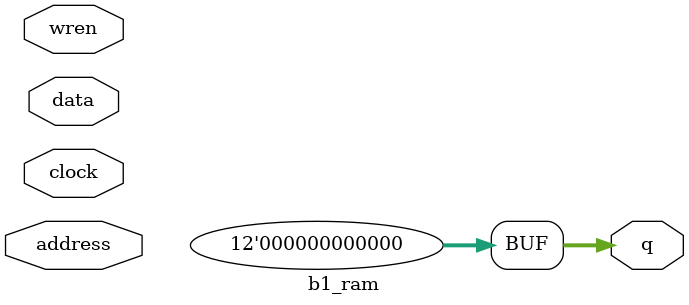
<source format=v>
module b1_ram(	// file.cleaned.mlir:2:3
  input  [7:0]  address,	// file.cleaned.mlir:2:24
  input         clock,	// file.cleaned.mlir:2:42
  input  [11:0] data,	// file.cleaned.mlir:2:58
  input         wren,	// file.cleaned.mlir:2:74
  output [11:0] q	// file.cleaned.mlir:2:90
);

  assign q = 12'h0;	// file.cleaned.mlir:3:15, :4:5
endmodule


</source>
